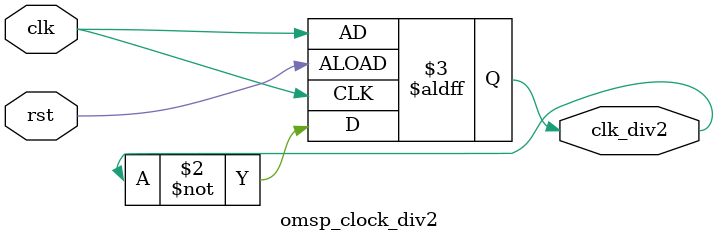
<source format=v>
module omsp_clock_div2(
  input  wire clk,
  input  wire rst,
  output reg  clk_div2
);

always @(posedge clk or posedge rst)
  if (rst)
    clk_div2 <= clk;
  else
    clk_div2 <= ~clk_div2;

endmodule

</source>
